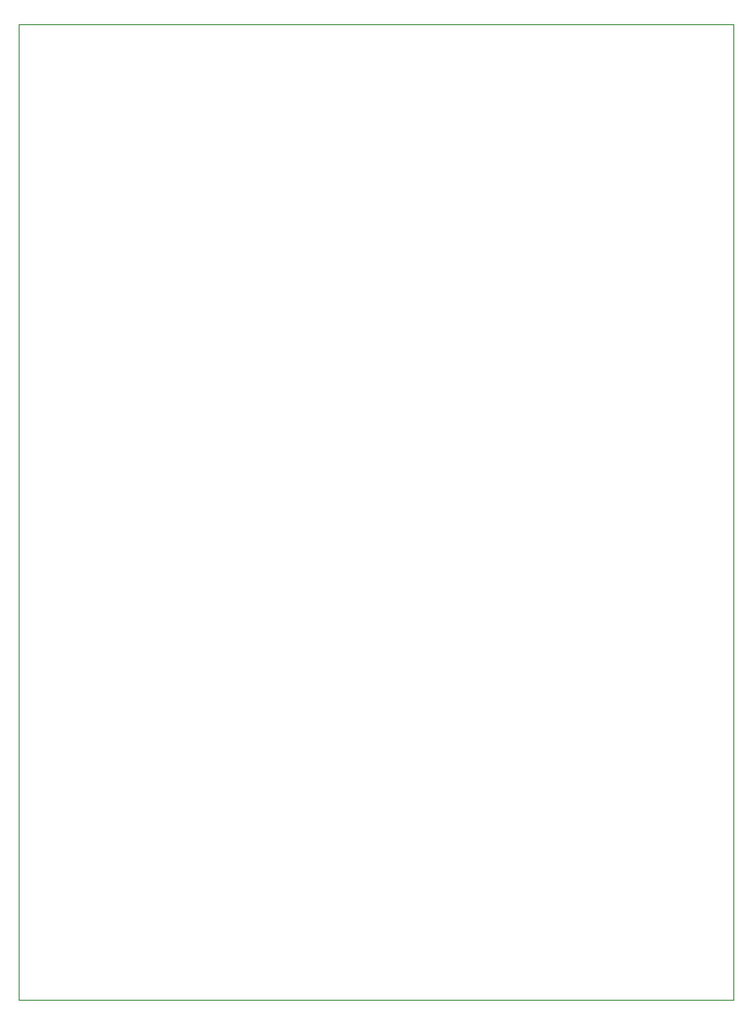
<source format=gbr>
G04 #@! TF.GenerationSoftware,KiCad,Pcbnew,(5.0.1-3-g963ef8bb5)*
G04 #@! TF.CreationDate,2019-03-18T17:32:53-03:00*
G04 #@! TF.ProjectId,NNC_monitor,4E4E435F6D6F6E69746F722E6B696361,rev?*
G04 #@! TF.SameCoordinates,Original*
G04 #@! TF.FileFunction,Profile,NP*
%FSLAX46Y46*%
G04 Gerber Fmt 4.6, Leading zero omitted, Abs format (unit mm)*
G04 Created by KiCad (PCBNEW (5.0.1-3-g963ef8bb5)) date Monday, March 18, 2019 at 05:32:53 PM*
%MOMM*%
%LPD*%
G01*
G04 APERTURE LIST*
%ADD10C,0.050000*%
G04 APERTURE END LIST*
D10*
X75000000Y-25000000D02*
X140000000Y-25000000D01*
X75000000Y-25000000D02*
X75000000Y-113500000D01*
X140000000Y-113500000D02*
X140000000Y-25000000D01*
X75000000Y-113500000D02*
X140000000Y-113500000D01*
M02*

</source>
